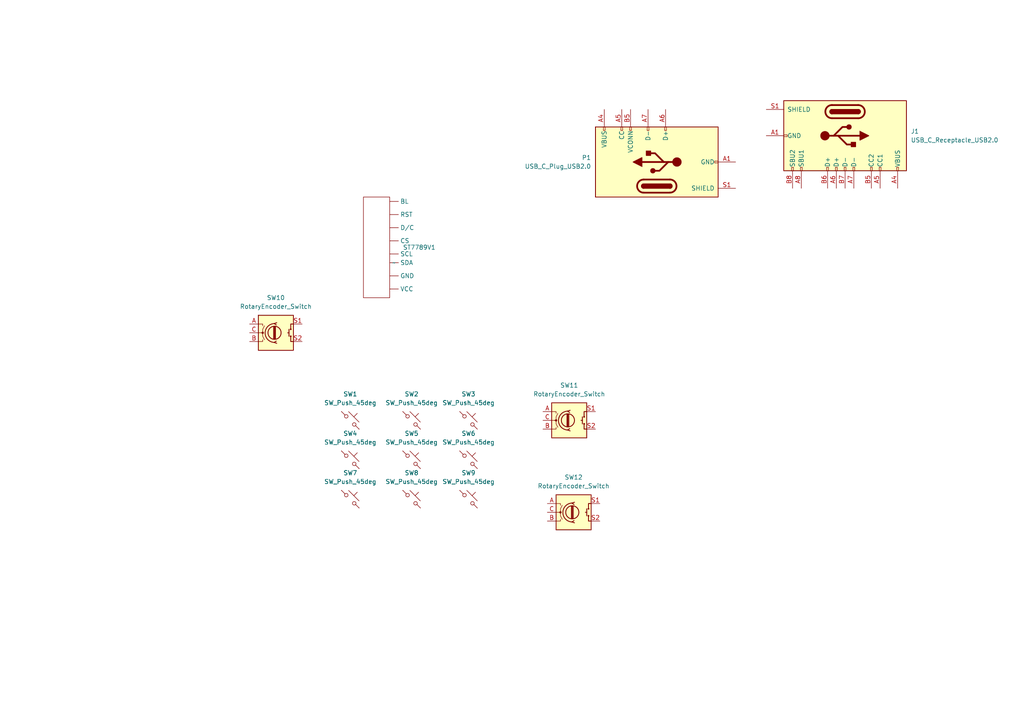
<source format=kicad_sch>
(kicad_sch (version 20230121) (generator eeschema)
  (paper "A4")
  (lib_symbols
    (symbol "Connector:USB_C_Plug_USB2.0" (pin_names (offset 1.016))
      (property "Reference" "P" (at -10.16 19.05 0))
      (property "Value" "USB_C_Plug_USB2.0" (at 12.7 19.05 0))
      (symbol "USB_C_Plug_USB2.0_0_0"
        (rectangle (start -0.254 -17.78) (end 0.254 -16.764))
        (rectangle (start 10.16 -2.286) (end 9.144 -2.794))
        (rectangle (start 10.16 2.794) (end 9.144 2.286))
        (rectangle (start 10.16 7.874) (end 9.144 7.366))
        (rectangle (start 10.16 10.414) (end 9.144 9.906))
        (rectangle (start 10.16 15.494) (end 9.144 14.986))
      )
      (symbol "USB_C_Plug_USB2.0_0_1"
        (rectangle (start -10.16 17.78) (end 10.16 -17.78) (stroke (width 0.254)) (fill (type background)))
        (arc (start -8.89 -3.81) (mid -6.985 -5.7067) (end -5.08 -3.81) (stroke (width 0.508)))
        (arc (start -7.62 -3.81) (mid -6.985 -4.4423) (end -6.35 -3.81) (stroke (width 0.254)))
        (arc (start -7.62 -3.81) (mid -6.985 -4.4423) (end -6.35 -3.81) (stroke (width 0.254)) (fill (type outline)))
        (rectangle (start -7.62 -3.81) (end -6.35 3.81) (stroke (width 0.254)) (fill (type outline)))
        (arc (start -6.35 3.81) (mid -6.985 4.4423) (end -7.62 3.81) (stroke (width 0.254)))
        (arc (start -6.35 3.81) (mid -6.985 4.4423) (end -7.62 3.81) (stroke (width 0.254)) (fill (type outline)))
        (arc (start -5.08 3.81) (mid -6.985 5.7067) (end -8.89 3.81) (stroke (width 0.508)))
        (circle (center -2.54 1.143) (radius 0.635) (stroke (width 0.254)) (fill (type outline)))
        (circle (center 0 -5.842) (radius 1.27) (fill (type outline)))
        (polyline (pts (xy -8.89 -3.81) (xy -8.89 3.81)) (stroke (width 0.508)))
        (polyline (pts (xy -5.08 3.81) (xy -5.08 -3.81)) (stroke (width 0.508)))
        (polyline (pts (xy 0 -5.842) (xy 0 4.318)) (stroke (width 0.508)))
        (polyline (pts (xy 0 -3.302) (xy -2.54 -0.762) (xy -2.54 0.508)) (stroke (width 0.508)))
        (polyline (pts (xy 0 -2.032) (xy 2.54 0.508) (xy 2.54 1.778)) (stroke (width 0.508)))
        (polyline (pts (xy -1.27 4.318) (xy 0 6.858) (xy 1.27 4.318) (xy -1.27 4.318)) (stroke (width 0.254)) (fill (type outline)))
        (rectangle (start 1.905 1.778) (end 3.175 3.048) (stroke (width 0.254)) (fill (type outline)))
      )
      (symbol "USB_C_Plug_USB2.0_1_1"
        (pin passive line (at 0 -22.86 90) (length 5.08) (name "GND") (number "A1"))
        (pin passive line (at 0 -22.86 90) (length 5.08) hide (name "GND") (number "A12"))
        (pin passive line (at 15.24 15.24 180) (length 5.08) (name "VBUS") (number "A4"))
        (pin bidirectional line (at 15.24 10.16 180) (length 5.08) (name "CC") (number "A5"))
        (pin bidirectional line (at 15.24 -2.54 180) (length 5.08) (name "D+") (number "A6"))
        (pin bidirectional line (at 15.24 2.54 180) (length 5.08) (name "D-") (number "A7"))
        (pin passive line (at 15.24 15.24 180) (length 5.08) hide (name "VBUS") (number "A9"))
        (pin passive line (at 0 -22.86 90) (length 5.08) hide (name "GND") (number "B1"))
        (pin passive line (at 0 -22.86 90) (length 5.08) hide (name "GND") (number "B12"))
        (pin passive line (at 15.24 15.24 180) (length 5.08) hide (name "VBUS") (number "B4"))
        (pin bidirectional line (at 15.24 7.62 180) (length 5.08) (name "VCONN") (number "B5"))
        (pin passive line (at 15.24 15.24 180) (length 5.08) hide (name "VBUS") (number "B9"))
        (pin passive line (at -7.62 -22.86 90) (length 5.08) (name "SHIELD") (number "S1"))
      )
    )
    (symbol "Connector:USB_C_Receptacle_USB2.0" (pin_names (offset 1.016))
      (property "Reference" "J" (at -10.16 19.05 0))
      (property "Value" "USB_C_Receptacle_USB2.0" (at 19.05 19.05 0))
      (symbol "USB_C_Receptacle_USB2.0_0_0"
        (rectangle (start -0.254 -17.78) (end 0.254 -16.764))
        (rectangle (start 10.16 -14.986) (end 9.144 -15.494))
        (rectangle (start 10.16 -12.446) (end 9.144 -12.954))
        (rectangle (start 10.16 -4.826) (end 9.144 -5.334))
        (rectangle (start 10.16 -2.286) (end 9.144 -2.794))
        (rectangle (start 10.16 0.254) (end 9.144 -0.254))
        (rectangle (start 10.16 2.794) (end 9.144 2.286))
        (rectangle (start 10.16 7.874) (end 9.144 7.366))
        (rectangle (start 10.16 10.414) (end 9.144 9.906))
        (rectangle (start 10.16 15.494) (end 9.144 14.986))
      )
      (symbol "USB_C_Receptacle_USB2.0_0_1"
        (rectangle (start -10.16 17.78) (end 10.16 -17.78) (stroke (width 0.254)) (fill (type background)))
        (arc (start -8.89 -3.81) (mid -6.985 -5.7067) (end -5.08 -3.81) (stroke (width 0.508)))
        (arc (start -7.62 -3.81) (mid -6.985 -4.4423) (end -6.35 -3.81) (stroke (width 0.254)))
        (arc (start -7.62 -3.81) (mid -6.985 -4.4423) (end -6.35 -3.81) (stroke (width 0.254)) (fill (type outline)))
        (rectangle (start -7.62 -3.81) (end -6.35 3.81) (stroke (width 0.254)) (fill (type outline)))
        (arc (start -6.35 3.81) (mid -6.985 4.4423) (end -7.62 3.81) (stroke (width 0.254)))
        (arc (start -6.35 3.81) (mid -6.985 4.4423) (end -7.62 3.81) (stroke (width 0.254)) (fill (type outline)))
        (arc (start -5.08 3.81) (mid -6.985 5.7067) (end -8.89 3.81) (stroke (width 0.508)))
        (circle (center -2.54 1.143) (radius 0.635) (stroke (width 0.254)) (fill (type outline)))
        (circle (center 0 -5.842) (radius 1.27) (fill (type outline)))
        (polyline (pts (xy -8.89 -3.81) (xy -8.89 3.81)) (stroke (width 0.508)))
        (polyline (pts (xy -5.08 3.81) (xy -5.08 -3.81)) (stroke (width 0.508)))
        (polyline (pts (xy 0 -5.842) (xy 0 4.318)) (stroke (width 0.508)))
        (polyline (pts (xy 0 -3.302) (xy -2.54 -0.762) (xy -2.54 0.508)) (stroke (width 0.508)))
        (polyline (pts (xy 0 -2.032) (xy 2.54 0.508) (xy 2.54 1.778)) (stroke (width 0.508)))
        (polyline (pts (xy -1.27 4.318) (xy 0 6.858) (xy 1.27 4.318) (xy -1.27 4.318)) (stroke (width 0.254)) (fill (type outline)))
        (rectangle (start 1.905 1.778) (end 3.175 3.048) (stroke (width 0.254)) (fill (type outline)))
      )
      (symbol "USB_C_Receptacle_USB2.0_1_1"
        (pin passive line (at 0 -22.86 90) (length 5.08) (name "GND") (number "A1"))
        (pin passive line (at 0 -22.86 90) (length 5.08) hide (name "GND") (number "A12"))
        (pin passive line (at 15.24 15.24 180) (length 5.08) (name "VBUS") (number "A4"))
        (pin bidirectional line (at 15.24 10.16 180) (length 5.08) (name "CC1") (number "A5"))
        (pin bidirectional line (at 15.24 -2.54 180) (length 5.08) (name "D+") (number "A6"))
        (pin bidirectional line (at 15.24 2.54 180) (length 5.08) (name "D-") (number "A7"))
        (pin bidirectional line (at 15.24 -12.7 180) (length 5.08) (name "SBU1") (number "A8"))
        (pin passive line (at 15.24 15.24 180) (length 5.08) hide (name "VBUS") (number "A9"))
        (pin passive line (at 0 -22.86 90) (length 5.08) hide (name "GND") (number "B1"))
        (pin passive line (at 0 -22.86 90) (length 5.08) hide (name "GND") (number "B12"))
        (pin passive line (at 15.24 15.24 180) (length 5.08) hide (name "VBUS") (number "B4"))
        (pin bidirectional line (at 15.24 7.62 180) (length 5.08) (name "CC2") (number "B5"))
        (pin bidirectional line (at 15.24 -5.08 180) (length 5.08) (name "D+") (number "B6"))
        (pin bidirectional line (at 15.24 0 180) (length 5.08) (name "D-") (number "B7"))
        (pin bidirectional line (at 15.24 -15.24 180) (length 5.08) (name "SBU2") (number "B8"))
        (pin passive line (at 15.24 15.24 180) (length 5.08) hide (name "VBUS") (number "B9"))
        (pin passive line (at -7.62 -22.86 90) (length 5.08) (name "SHIELD") (number "S1"))
      )
    )
    (symbol "Device:RotaryEncoder_Switch" (pin_names (offset 0.254) hide)
      (property "Reference" "SW" (at 0 6.604 0))
      (property "Value" "RotaryEncoder_Switch" (at 0 -6.604 0))
      (symbol "RotaryEncoder_Switch_0_1"
        (rectangle (start -5.08 5.08) (end 5.08 -5.08) (stroke (width 0.254)) (fill (type background)))
        (circle (center -3.81 0) (radius 0.254) (fill (type outline)))
        (circle (center -0.381 0) (radius 1.905) (stroke (width 0.254)))
        (arc (start -0.381 2.667) (mid -3.0988 -0.0635) (end -0.381 -2.794) (stroke (width 0.254)))
        (polyline (pts (xy -0.635 -1.778) (xy -0.635 1.778)) (stroke (width 0.254)))
        (polyline (pts (xy -0.381 -1.778) (xy -0.381 1.778)) (stroke (width 0.254)))
        (polyline (pts (xy -0.127 1.778) (xy -0.127 -1.778)) (stroke (width 0.254)))
        (polyline (pts (xy 3.81 0) (xy 3.429 0)) (stroke (width 0.254)))
        (polyline (pts (xy 3.81 1.016) (xy 3.81 -1.016)) (stroke (width 0.254)))
        (polyline (pts (xy -5.08 -2.54) (xy -3.81 -2.54) (xy -3.81 -2.032)))
        (polyline (pts (xy -5.08 2.54) (xy -3.81 2.54) (xy -3.81 2.032)))
        (polyline (pts (xy 0.254 -3.048) (xy -0.508 -2.794) (xy 0.127 -2.413)) (stroke (width 0.254)))
        (polyline (pts (xy 0.254 2.921) (xy -0.508 2.667) (xy 0.127 2.286)) (stroke (width 0.254)))
        (polyline (pts (xy 5.08 -2.54) (xy 4.318 -2.54) (xy 4.318 -1.016)) (stroke (width 0.254)))
        (polyline (pts (xy 5.08 2.54) (xy 4.318 2.54) (xy 4.318 1.016)) (stroke (width 0.254)))
        (polyline (pts (xy -5.08 0) (xy -3.81 0) (xy -3.81 -1.016) (xy -3.302 -2.032)))
        (polyline (pts (xy -4.318 0) (xy -3.81 0) (xy -3.81 1.016) (xy -3.302 2.032)))
        (circle (center 4.318 -1.016) (radius 0.127) (stroke (width 0.254)))
        (circle (center 4.318 1.016) (radius 0.127) (stroke (width 0.254)))
      )
      (symbol "RotaryEncoder_Switch_1_1"
        (pin passive line (at -7.62 2.54 0) (length 2.54) (name "A") (number "A"))
        (pin passive line (at -7.62 -2.54 0) (length 2.54) (name "B") (number "B"))
        (pin passive line (at -7.62 0 0) (length 2.54) (name "C") (number "C"))
        (pin passive line (at 7.62 2.54 180) (length 2.54) (name "S1") (number "S1"))
        (pin passive line (at 7.62 -2.54 180) (length 2.54) (name "S2") (number "S2"))
      )
    )
    (symbol "Driver_LED:ST7789V2"
      (property "Reference" "ST7789V2" (at 1.27 20.32 0))
      (symbol "ST7789V2_0_1"
        (rectangle (start -2.54 19.05) (end 5.08 -10.16))
      )
      (symbol "ST7789V2_1_1"
        (pin input line (at 5.08 17.78 0) (length 2.54) (name "BL") (number ""))
        (pin input line (at 5.08 6.35 0) (length 2.54) (name "CS") (number ""))
        (pin input line (at 5.08 10.16 0) (length 2.54) (name "D/C") (number ""))
        (pin input line (at 5.08 -3.81 0) (length 2.54) (name "GND") (number ""))
        (pin input line (at 5.08 13.97 0) (length 2.54) (name "RST") (number ""))
        (pin input line (at 5.08 2.54 0) (length 2.54) (name "SCL") (number ""))
        (pin input line (at 5.08 0 0) (length 2.54) (name "SDA") (number ""))
        (pin input line (at 5.08 -7.62 0) (length 2.54) (name "VCC") (number ""))
      )
    )
    (symbol "Switch:SW_Push_45deg" (pin_numbers hide) (pin_names (offset 1.016) hide)
      (property "Reference" "SW" (at 3.048 1.016 0))
      (property "Value" "SW_Push_45deg" (at 0 -3.81 0))
      (symbol "SW_Push_45deg_0_1"
        (circle (center -1.1684 1.1684) (radius 0.508))
        (polyline (pts (xy -0.508 2.54) (xy 2.54 -0.508)))
        (polyline (pts (xy 1.016 1.016) (xy 2.032 2.032)))
        (polyline (pts (xy -2.54 2.54) (xy -1.524 1.524) (xy -1.524 1.524)))
        (polyline (pts (xy 1.524 -1.524) (xy 2.54 -2.54) (xy 2.54 -2.54) (xy 2.54 -2.54)))
        (circle (center 1.143 -1.1938) (radius 0.508))
        (pin passive line (at -2.54 2.54 0) (length 0) (name "1") (number "1"))
        (pin passive line (at 2.54 -2.54 180) (length 0) (name "2") (number "2"))
      )
    )
  )
  (symbol (lib_id "Device:RotaryEncoder_Switch") (at 165.1 121.92 0) (unit 1)
    (property "Reference" "SW11" (at 165.1 111.76 0))
    (property "Value" "RotaryEncoder_Switch" (at 165.1 114.3 0))
  )
  (symbol (lib_id "Switch:SW_Push_45deg") (at 119.38 144.78 0) (unit 1)
    (property "Reference" "SW8" (at 119.38 137.16 0))
    (property "Value" "SW_Push_45deg" (at 119.38 139.7 0))
  )
  (symbol (lib_id "Driver_LED:ST7789V2") (at 107.95 76.2 0) (unit 1)
    (property "Reference" "ST7789V1" (at 116.84 71.755 0) (effects (justify left)))
    (property "Value" "~" (at 114.3 76.2 0))
  )
  (symbol (lib_id "Connector:USB_C_Receptacle_USB2.0") (at 245.11 39.37 270) (unit 1)
    (property "Reference" "J1" (at 264.16 38.1 90) (effects (justify left)))
    (property "Value" "USB_C_Receptacle_USB2.0" (at 264.16 40.64 90) (effects (justify left)))
    (property "Datasheet" "https://www.usb.org/sites/default/files/documents/usb_type-c.zip" (effects hide))
  )
  (symbol (lib_id "Switch:SW_Push_45deg") (at 135.89 144.78 0) (unit 1)
    (property "Reference" "SW9" (at 135.89 137.16 0))
    (property "Value" "SW_Push_45deg" (at 135.89 139.7 0))
  )
  (symbol (lib_id "Connector:USB_C_Plug_USB2.0") (at 190.5 46.99 90) (unit 1)
    (property "Reference" "P1" (at 171.45 45.72 90) (effects (justify left)))
    (property "Value" "USB_C_Plug_USB2.0" (at 171.45 48.26 90) (effects (justify left)))
    (property "Datasheet" "https://www.usb.org/sites/default/files/documents/usb_type-c.zip" (effects hide))
  )
  (symbol (lib_id "Device:RotaryEncoder_Switch") (at 80.01 96.52 0) (unit 1)
    (property "Reference" "SW10" (at 80.01 86.36 0))
    (property "Value" "RotaryEncoder_Switch" (at 80.01 88.9 0))
  )
  (symbol (lib_id "Switch:SW_Push_45deg") (at 101.6 121.92 0) (unit 1)
    (property "Reference" "SW1" (at 101.6 114.3 0))
    (property "Value" "SW_Push_45deg" (at 101.6 116.84 0))
  )
  (symbol (lib_id "Device:RotaryEncoder_Switch") (at 166.37 148.59 0) (unit 1)
    (property "Reference" "SW12" (at 166.37 138.43 0))
    (property "Value" "RotaryEncoder_Switch" (at 166.37 140.97 0))
  )
  (symbol (lib_id "Switch:SW_Push_45deg") (at 119.38 133.35 0) (unit 1)
    (property "Reference" "SW5" (at 119.38 125.73 0))
    (property "Value" "SW_Push_45deg" (at 119.38 128.27 0))
  )
  (symbol (lib_id "Switch:SW_Push_45deg") (at 119.38 121.92 0) (unit 1)
    (property "Reference" "SW2" (at 119.38 114.3 0))
    (property "Value" "SW_Push_45deg" (at 119.38 116.84 0))
  )
  (symbol (lib_id "Switch:SW_Push_45deg") (at 101.6 144.78 0) (unit 1)
    (property "Reference" "SW7" (at 101.6 137.16 0))
    (property "Value" "SW_Push_45deg" (at 101.6 139.7 0))
  )
  (symbol (lib_id "Switch:SW_Push_45deg") (at 101.6 133.35 0) (unit 1)
    (property "Reference" "SW4" (at 101.6 125.73 0))
    (property "Value" "SW_Push_45deg" (at 101.6 128.27 0))
  )
  (symbol (lib_id "Switch:SW_Push_45deg") (at 135.89 133.35 0) (unit 1)
    (property "Reference" "SW6" (at 135.89 125.73 0))
    (property "Value" "SW_Push_45deg" (at 135.89 128.27 0))
  )
  (symbol (lib_id "Switch:SW_Push_45deg") (at 135.89 121.92 0) (unit 1)
    (property "Reference" "SW3" (at 135.89 114.3 0))
    (property "Value" "SW_Push_45deg" (at 135.89 116.84 0))
  )
)
</source>
